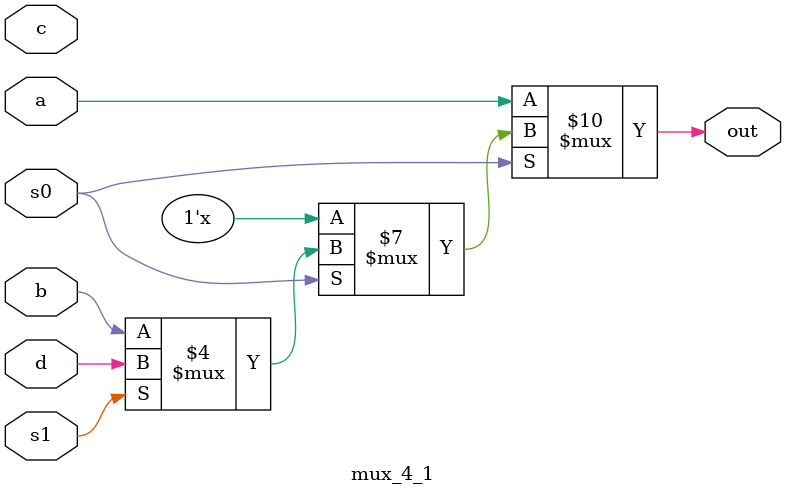
<source format=v>
module mux_4_1(
input a,
input b,
input c,
input d,
input s0,
input s1,
output reg out
);

always@(*)
begin
if(~s0)
	begin
	out = a;
	end
else
	begin
	if(s1)
		begin
		out = d;
		end
	else
		begin
		out = b;
		end
	end
end

endmodule


</source>
